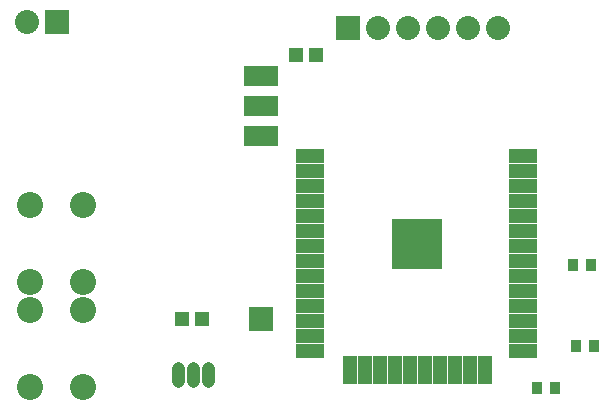
<source format=gts>
G04 ---------------------------- Layer name :TOP SOLDER LAYER*
G04 EasyEDA v5.8.20, Mon, 11 Feb 2019 17:59:45 GMT*
G04 65bf9d44a92e4a059924f4159289745f*
G04 Gerber Generator version 0.2*
G04 Scale: 100 percent, Rotated: No, Reflected: No *
G04 Dimensions in inches *
G04 leading zeros omitted , absolute positions ,2 integer and 4 decimal *
%FSLAX24Y24*%
%MOIN*%
G90*
G70D02*

%ADD29C,0.043000*%
%ADD30R,0.094614X0.047370*%
%ADD31R,0.047370X0.094614*%
%ADD32R,0.165480X0.165480*%
%ADD33C,0.086740*%
%ADD34R,0.115500X0.067700*%
%ADD35R,0.080000X0.080000*%
%ADD36C,0.080000*%
%ADD37R,0.051300X0.047400*%
%ADD38R,0.038000X0.043000*%

%LPD*%
G54D29*
G01X7950Y1925D02*
G01X7950Y2375D01*
G01X7450Y1925D02*
G01X7450Y2375D01*
G01X6950Y1925D02*
G01X6950Y2375D01*
G54D30*
G01X18442Y9421D03*
G01X18440Y8919D03*
G01X18439Y8419D03*
G01X18439Y7919D03*
G01X18439Y7419D03*
G01X18439Y6919D03*
G01X18439Y6419D03*
G01X18439Y5921D03*
G01X18439Y5421D03*
G01X18439Y4921D03*
G01X18439Y4421D03*
G01X18439Y3919D03*
G01X18439Y3419D03*
G01X18439Y2919D03*
G01X11360Y9422D03*
G01X11360Y8919D03*
G01X11359Y8421D03*
G01X11359Y7921D03*
G01X11359Y7421D03*
G01X11359Y6921D03*
G01X11359Y6421D03*
G01X11357Y5921D03*
G01X11357Y5421D03*
G01X11357Y4921D03*
G01X11357Y4421D03*
G01X11359Y3921D03*
G01X11359Y3421D03*
G01X11359Y2921D03*
G54D31*
G01X12668Y2290D03*
G01X13168Y2290D03*
G01X13668Y2290D03*
G01X14168Y2288D03*
G01X14668Y2288D03*
G01X15168Y2288D03*
G01X15668Y2288D03*
G01X16168Y2290D03*
G01X16668Y2290D03*
G01X17168Y2290D03*
G54D32*
G01X14899Y6495D03*
G54D33*
G01X3785Y5220D03*
G01X3785Y7779D03*
G01X2014Y7779D03*
G01X2014Y5220D03*
G01X3785Y1720D03*
G01X3785Y4279D03*
G01X2014Y4279D03*
G01X2014Y1720D03*
G54D34*
G01X9700Y10099D03*
G01X9700Y11099D03*
G01X9700Y12099D03*
G54D35*
G01X2900Y13900D03*
G54D36*
G01X1900Y13900D03*
G54D37*
G01X7070Y4000D03*
G01X7730Y4000D03*
G01X11530Y12800D03*
G01X10870Y12800D03*
G54D36*
G01X17600Y13700D03*
G01X16600Y13700D03*
G01X15600Y13700D03*
G01X14600Y13700D03*
G01X13600Y13700D03*
G54D35*
G01X12600Y13700D03*
G01X9700Y4000D03*
G54D38*
G01X20100Y5800D03*
G01X20700Y5800D03*
G01X20200Y3100D03*
G01X20800Y3100D03*
G01X18900Y1700D03*
G01X19500Y1700D03*
M00*
M02*

</source>
